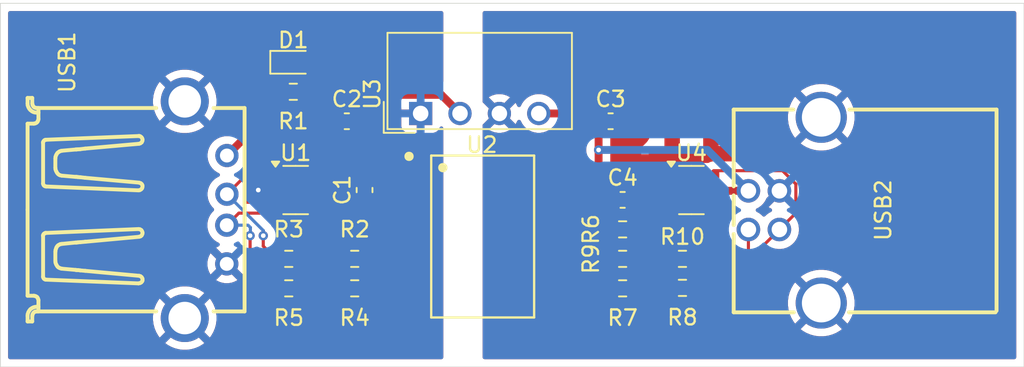
<source format=kicad_pcb>
(kicad_pcb (version 20241229) (generator "pcbnew") (generator_version "9.0")
  (layers (0 "F.Cu" signal) (2 "B.Cu" signal) (13 "F.Paste" user) (15 "B.Paste" user) (5 "F.SilkS" user "F.Silkscreen") (7 "B.SilkS" user "B.Silkscreen") (1 "F.Mask" user) (3 "B.Mask" user) (25 "Edge.Cuts" user))
  (net 0 "")
  (net 1 "Net-(D1-A)")
  (net 2 "GND1")
  (net 3 "/IND+")
  (net 4 "/1IND+")
  (net 5 "/2IND+")
  (net 6 "+5V")
  (net 7 "/2IND-")
  (net 8 "/1IND-")
  (net 9 "/IND-")
  (net 10 "+5VD")
  (net 11 "GND2")
  (net 12 "/1OUTD-")
  (net 13 "/2OUTD-")
  (net 14 "/OUTD-")
  (net 15 "/1OUTD+")
  (net 16 "/2OUTD+")
  (net 17 "/OUTD+")
  (net 22 "Net-(U2-PIN)")
  (footprint "LED_SMD:LED_0603_1608Metric" (layer "F.Cu") (at 131.9275 83.185)
    (property "Reference" "D1" (at 0 -1.43 0) (layer "F.SilkS"))
    (property "Value" "LED")
    (fp_line (start -1.485 -0.735) (end -1.485 0.735) (stroke (width 0.12)) (layer "F.SilkS"))
    (fp_line (start -1.485 0.735) (end 0.8 0.735) (stroke (width 0.12)) (layer "F.SilkS"))
    (fp_line (start 0.8 -0.735) (end -1.485 -0.735) (stroke (width 0.12)) (layer "F.SilkS"))
    (pad "1" smd roundrect (at -0.7875 0) (size 0.875 0.95) (layers "F.Cu" "F.Mask" "F.Paste") (net 2 "GND1"))
    (pad "2" smd roundrect (at 0.7875 0) (size 0.875 0.95) (layers "F.Cu" "F.Mask" "F.Paste") (net 1 "Net-(D1-A)"))
  )
  (footprint "Capacitor_SMD:C_0603_1608Metric" (layer "F.Cu") (at 135.382 86.995)
    (property "Reference" "C2" (at 0 -1.43 0) (layer "F.SilkS"))
    (property "Value" "100nF")
    (fp_line (start -0.14058 -0.51) (end 0.14058 -0.51) (stroke (width 0.12)) (layer "F.SilkS"))
    (fp_line (start -0.14058 0.51) (end 0.14058 0.51) (stroke (width 0.12)) (layer "F.SilkS"))
    (pad "1" smd roundrect (at -0.775 0) (size 0.9 0.95) (layers "F.Cu" "F.Mask" "F.Paste") (net 6 "+5V"))
    (pad "2" smd roundrect (at 0.775 0) (size 0.9 0.95) (layers "F.Cu" "F.Mask" "F.Paste") (net 2 "GND1"))
  )
  (footprint "Resistor_SMD:R_0603_1608Metric" (layer "F.Cu") (at 135.89 95.885 180)
    (property "Reference" "R2" (at 0 1.905 0) (layer "F.SilkS"))
    (property "Value" "24")
    (fp_line (start -0.237258 0.5225) (end 0.237258 0.5225) (stroke (width 0.12)) (layer "F.SilkS"))
    (fp_line (start -0.237258 -0.5225) (end 0.237258 -0.5225) (stroke (width 0.12)) (layer "F.SilkS"))
    (pad "1" smd roundrect (at -0.825 0 180) (size 0.8 0.95) (layers "F.Cu" "F.Mask" "F.Paste") (net 7 "/2IND-"))
    (pad "2" smd roundrect (at 0.825 0 180) (size 0.8 0.95) (layers "F.Cu" "F.Mask" "F.Paste") (net 8 "/1IND-"))
  )
  (footprint "EasyEDA:USB-A-TH__USB-AF-90" (layer "F.Cu") (at 126.285 92.71 -90)
    (property "Reference" "USB1" (at -9.525 8.945 90) (layer "F.SilkS"))
    (property "Value" "JTJ-USB-AF-08")
    (fp_line (start -7.22 11.5) (end -7.22 11.2) (stroke (width 0.25)) (layer "F.SilkS"))
    (fp_line (start -6.87 11.5) (end -7.22 11.5) (stroke (width 0.25)) (layer "F.SilkS"))
    (fp_line (start -5.56 11.5) (end 0 11.5) (stroke (width 0.25)) (layer "F.SilkS"))
    (fp_line (start -5.56 11.5) (end -5.56 11.1) (stroke (width 0.25)) (layer "F.SilkS"))
    (fp_line (start 5.56 11.5) (end 0 11.5) (stroke (width 0.25)) (layer "F.SilkS"))
    (fp_line (start 5.56 11.5) (end 5.56 11.1) (stroke (width 0.25)) (layer "F.SilkS"))
    (fp_line (start 6.86 11.5) (end 7.22 11.5) (stroke (width 0.25)) (layer "F.SilkS"))
    (fp_line (start 7.22 11.5) (end 7.22 11.2) (stroke (width 0.25)) (layer "F.SilkS"))
    (fp_line (start -6.74 11.49) (end -6.86 11.5) (stroke (width 0.25)) (layer "F.SilkS"))
    (fp_line (start 6.74 11.49) (end 6.85 11.5) (stroke (width 0.25)) (layer "F.SilkS"))
    (fp_line (start -6.63 11.45) (end -6.74 11.49) (stroke (width 0.25)) (layer "F.SilkS"))
    (fp_line (start 6.62 11.45) (end 6.74 11.49) (stroke (width 0.25)) (layer "F.SilkS"))
    (fp_line (start -6.52 11.39) (end -6.63 11.45) (stroke (width 0.25)) (layer "F.SilkS"))
    (fp_line (start 6.52 11.39) (end 6.62 11.45) (stroke (width 0.25)) (layer "F.SilkS"))
    (fp_line (start -6.44 11.32) (end -6.52 11.39) (stroke (width 0.25)) (layer "F.SilkS"))
    (fp_line (start 6.43 11.32) (end 6.52 11.39) (stroke (width 0.25)) (layer "F.SilkS"))
    (fp_line (start -6.36 11.22) (end -6.44 11.32) (stroke (width 0.25)) (layer "F.SilkS"))
    (fp_line (start 6.36 11.22) (end 6.43 11.32) (stroke (width 0.25)) (layer "F.SilkS"))
    (fp_line (start -7.22 11.2) (end -6.87 11.2) (stroke (width 0.25)) (layer "F.SilkS"))
    (fp_line (start 7.22 11.2) (end 6.86 11.2) (stroke (width 0.25)) (layer "F.SilkS"))
    (fp_line (start -6.8 11.19) (end -6.86 11.2) (stroke (width 0.25)) (layer "F.SilkS"))
    (fp_line (start 6.8 11.19) (end 6.86 11.2) (stroke (width 0.25)) (layer "F.SilkS"))
    (fp_line (start -6.75 11.17) (end -6.8 11.19) (stroke (width 0.25)) (layer "F.SilkS"))
    (fp_line (start 6.74 11.17) (end 6.8 11.19) (stroke (width 0.25)) (layer "F.SilkS"))
    (fp_line (start -6.69 11.14) (end -6.75 11.17) (stroke (width 0.25)) (layer "F.SilkS"))
    (fp_line (start 6.69 11.14) (end 6.74 11.17) (stroke (width 0.25)) (layer "F.SilkS"))
    (fp_line (start -6.31 11.12) (end -6.36 11.22) (stroke (width 0.25)) (layer "F.SilkS"))
    (fp_line (start 6.31 11.12) (end 6.36 11.22) (stroke (width 0.25)) (layer "F.SilkS"))
    (fp_line (start -6.65 11.11) (end -6.69 11.14) (stroke (width 0.25)) (layer "F.SilkS"))
    (fp_line (start 6.65 11.11) (end 6.69 11.14) (stroke (width 0.25)) (layer "F.SilkS"))
    (fp_line (start -6.61 11.06) (end -6.65 11.11) (stroke (width 0.25)) (layer "F.SilkS"))
    (fp_line (start 6.61 11.06) (end 6.65 11.11) (stroke (width 0.25)) (layer "F.SilkS"))
    (fp_line (start -5.57 11.03) (end -5.56 11.1) (stroke (width 0.25)) (layer "F.SilkS"))
    (fp_line (start 5.57 11.03) (end 5.56 11.1) (stroke (width 0.25)) (layer "F.SilkS"))
    (fp_line (start -6.59 11.01) (end -6.61 11.06) (stroke (width 0.25)) (layer "F.SilkS"))
    (fp_line (start -6.28 11.01) (end -6.31 11.12) (stroke (width 0.25)) (layer "F.SilkS"))
    (fp_line (start 6.28 11.01) (end 6.31 11.12) (stroke (width 0.25)) (layer "F.SilkS"))
    (fp_line (start 6.58 11.01) (end 6.61 11.06) (stroke (width 0.25)) (layer "F.SilkS"))
    (fp_line (start -5.59 10.98) (end -5.57 11.03) (stroke (width 0.25)) (layer "F.SilkS"))
    (fp_line (start 5.59 10.98) (end 5.57 11.03) (stroke (width 0.25)) (layer "F.SilkS"))
    (fp_line (start 6.57 10.96) (end 6.58 11.01) (stroke (width 0.25)) (layer "F.SilkS"))
    (fp_line (start -6.57 10.95) (end -6.59 11.01) (stroke (width 0.25)) (layer "F.SilkS"))
    (fp_line (start -5.62 10.92) (end -5.59 10.98) (stroke (width 0.25)) (layer "F.SilkS"))
    (fp_line (start 5.62 10.92) (end 5.59 10.98) (stroke (width 0.25)) (layer "F.SilkS"))
    (fp_line (start -6.57 10.9) (end -6.57 10.95) (stroke (width 0.25)) (layer "F.SilkS"))
    (fp_line (start -6.57 10.9) (end -6.57 3.2) (stroke (width 0.25)) (layer "F.SilkS"))
    (fp_line (start -6.27 10.9) (end -6.28 11.01) (stroke (width 0.25)) (layer "F.SilkS"))
    (fp_line (start 6.27 10.9) (end 6.28 11.01) (stroke (width 0.25)) (layer "F.SilkS"))
    (fp_line (start 6.57 10.9) (end 6.57 10.96) (stroke (width 0.25)) (layer "F.SilkS"))
    (fp_line (start 6.57 10.9) (end 6.57 3.2) (stroke (width 0.25)) (layer "F.SilkS"))
    (fp_line (start -5.66 10.88) (end -5.62 10.92) (stroke (width 0.25)) (layer "F.SilkS"))
    (fp_line (start 5.65 10.88) (end 5.62 10.92) (stroke (width 0.25)) (layer "F.SilkS"))
    (fp_line (start -5.7 10.85) (end -5.66 10.88) (stroke (width 0.25)) (layer "F.SilkS"))
    (fp_line (start 5.7 10.85) (end 5.65 10.88) (stroke (width 0.25)) (layer "F.SilkS"))
    (fp_line (start -5.75 10.83) (end -5.7 10.85) (stroke (width 0.25)) (layer "F.SilkS"))
    (fp_line (start 5.74 10.83) (end 5.7 10.85) (stroke (width 0.25)) (layer "F.SilkS"))
    (fp_line (start -5.8 10.81) (end -5.75 10.83) (stroke (width 0.25)) (layer "F.SilkS"))
    (fp_line (start 5.8 10.81) (end 5.74 10.83) (stroke (width 0.25)) (layer "F.SilkS"))
    (fp_line (start -6.57 10.8) (end -5.87 10.8) (stroke (width 0.25)) (layer "F.SilkS"))
    (fp_line (start -6.27 10.8) (end -6.27 10.9) (stroke (width 0.25)) (layer "F.SilkS"))
    (fp_line (start -5.87 10.8) (end -5.8 10.81) (stroke (width 0.25)) (layer "F.SilkS"))
    (fp_line (start 5.86 10.8) (end 5.8 10.81) (stroke (width 0.25)) (layer "F.SilkS"))
    (fp_line (start 6.27 10.8) (end 6.27 10.9) (stroke (width 0.25)) (layer "F.SilkS"))
    (fp_line (start 6.57 10.8) (end 5.86 10.8) (stroke (width 0.25)) (layer "F.SilkS"))
    (fp_line (start -4.35 10.5) (end -4.32 10.5) (stroke (width 0.25)) (layer "F.SilkS"))
    (fp_line (start -4.31 10.5) (end -1.7 10.5) (stroke (width 0.25)) (layer "F.SilkS"))
    (fp_line (start -1.7 10.5) (end -1.64 10.49) (stroke (width 0.25)) (layer "F.SilkS"))
    (fp_line (start 1.66 10.5) (end 1.7 10.5) (stroke (width 0.25)) (layer "F.SilkS"))
    (fp_line (start 4.32 10.5) (end 1.7 10.5) (stroke (width 0.25)) (layer "F.SilkS"))
    (fp_line (start 4.32 10.5) (end 4.38 10.49) (stroke (width 0.25)) (layer "F.SilkS"))
    (fp_line (start -4.39 10.49) (end -4.35 10.5) (stroke (width 0.25)) (layer "F.SilkS"))
    (fp_line (start -1.64 10.49) (end -1.58 10.46) (stroke (width 0.25)) (layer "F.SilkS"))
    (fp_line (start 1.62 10.49) (end 1.66 10.5) (stroke (width 0.25)) (layer "F.SilkS"))
    (fp_line (start 4.38 10.49) (end 4.44 10.46) (stroke (width 0.25)) (layer "F.SilkS"))
    (fp_line (start -4.42 10.47) (end -4.39 10.49) (stroke (width 0.25)) (layer "F.SilkS"))
    (fp_line (start 1.59 10.47) (end 1.62 10.49) (stroke (width 0.25)) (layer "F.SilkS"))
    (fp_line (start -1.58 10.46) (end -1.54 10.42) (stroke (width 0.25)) (layer "F.SilkS"))
    (fp_line (start 4.44 10.46) (end 4.48 10.42) (stroke (width 0.25)) (layer "F.SilkS"))
    (fp_line (start -4.45 10.45) (end -4.42 10.47) (stroke (width 0.25)) (layer "F.SilkS"))
    (fp_line (start 1.56 10.45) (end 1.59 10.47) (stroke (width 0.25)) (layer "F.SilkS"))
    (fp_line (start -4.48 10.42) (end -4.45 10.45) (stroke (width 0.25)) (layer "F.SilkS"))
    (fp_line (start -1.54 10.42) (end -1.51 10.36) (stroke (width 0.25)) (layer "F.SilkS"))
    (fp_line (start 1.54 10.42) (end 1.56 10.45) (stroke (width 0.25)) (layer "F.SilkS"))
    (fp_line (start 4.48 10.42) (end 4.51 10.36) (stroke (width 0.25)) (layer "F.SilkS"))
    (fp_line (start -4.5 10.39) (end -4.48 10.42) (stroke (width 0.25)) (layer "F.SilkS"))
    (fp_line (start 1.52 10.39) (end 1.54 10.42) (stroke (width 0.25)) (layer "F.SilkS"))
    (fp_line (start -1.51 10.36) (end -1.5 10.31) (stroke (width 0.25)) (layer "F.SilkS"))
    (fp_line (start 4.51 10.36) (end 4.52 10.31) (stroke (width 0.25)) (layer "F.SilkS"))
    (fp_line (start -4.51 10.35) (end -4.5 10.39) (stroke (width 0.25)) (layer "F.SilkS"))
    (fp_line (start 1.5 10.35) (end 1.52 10.39) (stroke (width 0.25)) (layer "F.SilkS"))
    (fp_line (start -4.52 10.31) (end -4.51 10.35) (stroke (width 0.25)) (layer "F.SilkS"))
    (fp_line (start -1.5 10.31) (end -1.25 4.34) (stroke (width 0.25)) (layer "F.SilkS"))
    (fp_line (start 1.5 10.31) (end 1.5 10.35) (stroke (width 0.25)) (layer "F.SilkS"))
    (fp_line (start 1.5 10.31) (end 1.25 4.34) (stroke (width 0.25)) (layer "F.SilkS"))
    (fp_line (start -2.7 9.71) (end -3.31 9.71) (stroke (width 0.25)) (layer "F.SilkS"))
    (fp_line (start -2.7 9.71) (end -2.61 9.7) (stroke (width 0.25)) (layer "F.SilkS"))
    (fp_line (start 2.71 9.71) (end 3.31 9.71) (stroke (width 0.25)) (layer "F.SilkS"))
    (fp_line (start 2.71 9.71) (end 2.62 9.7) (stroke (width 0.25)) (layer "F.SilkS"))
    (fp_line (start -3.41 9.7) (end -3.32 9.71) (stroke (width 0.25)) (layer "F.SilkS"))
    (fp_line (start -2.61 9.7) (end -2.52 9.67) (stroke (width 0.25)) (layer "F.SilkS"))
    (fp_line (start 2.62 9.7) (end 2.52 9.67) (stroke (width 0.25)) (layer "F.SilkS"))
    (fp_line (start 3.41 9.7) (end 3.32 9.71) (stroke (width 0.25)) (layer "F.SilkS"))
    (fp_line (start -3.5 9.67) (end -3.41 9.7) (stroke (width 0.25)) (layer "F.SilkS"))
    (fp_line (start -2.52 9.67) (end -2.44 9.63) (stroke (width 0.25)) (layer "F.SilkS"))
    (fp_line (start 2.52 9.67) (end 2.44 9.64) (stroke (width 0.25)) (layer "F.SilkS"))
    (fp_line (start 3.5 9.67) (end 3.41 9.7) (stroke (width 0.25)) (layer "F.SilkS"))
    (fp_line (start 2.44 9.64) (end 2.36 9.59) (stroke (width 0.25)) (layer "F.SilkS"))
    (fp_line (start -3.58 9.63) (end -3.5 9.67) (stroke (width 0.25)) (layer "F.SilkS"))
    (fp_line (start -2.44 9.63) (end -2.37 9.59) (stroke (width 0.25)) (layer "F.SilkS"))
    (fp_line (start 3.58 9.63) (end 3.5 9.67) (stroke (width 0.25)) (layer "F.SilkS"))
    (fp_line (start -2.37 9.59) (end -2.3 9.53) (stroke (width 0.25)) (layer "F.SilkS"))
    (fp_line (start 2.36 9.59) (end 2.3 9.53) (stroke (width 0.25)) (layer "F.SilkS"))
    (fp_line (start -3.66 9.58) (end -3.58 9.63) (stroke (width 0.25)) (layer "F.SilkS"))
    (fp_line (start 3.66 9.58) (end 3.58 9.63) (stroke (width 0.25)) (layer "F.SilkS"))
    (fp_line (start -2.3 9.53) (end -2.25 9.46) (stroke (width 0.25)) (layer "F.SilkS"))
    (fp_line (start 2.3 9.53) (end 2.26 9.46) (stroke (width 0.25)) (layer "F.SilkS"))
    (fp_line (start -3.71 9.52) (end -3.66 9.58) (stroke (width 0.25)) (layer "F.SilkS"))
    (fp_line (start 3.72 9.52) (end 3.66 9.58) (stroke (width 0.25)) (layer "F.SilkS"))
    (fp_line (start -2.25 9.46) (end -2.22 9.39) (stroke (width 0.25)) (layer "F.SilkS"))
    (fp_line (start 2.26 9.46) (end 2.22 9.38) (stroke (width 0.25)) (layer "F.SilkS"))
    (fp_line (start -3.76 9.45) (end -3.71 9.52) (stroke (width 0.25)) (layer "F.SilkS"))
    (fp_line (start 3.76 9.45) (end 3.72 9.52) (stroke (width 0.25)) (layer "F.SilkS"))
    (fp_line (start -2.22 9.39) (end -2.2 9.3) (stroke (width 0.25)) (layer "F.SilkS"))
    (fp_line (start 2.22 9.38) (end 2.21 9.3) (stroke (width 0.25)) (layer "F.SilkS"))
    (fp_line (start -3.79 9.37) (end -3.76 9.45) (stroke (width 0.25)) (layer "F.SilkS"))
    (fp_line (start 3.79 9.37) (end 3.76 9.45) (stroke (width 0.25)) (layer "F.SilkS"))
    (fp_line (start -3.81 9.29) (end -3.79 9.37) (stroke (width 0.25)) (layer "F.SilkS"))
    (fp_line (start -3.81 9.29) (end -3.89 8.39) (stroke (width 0.25)) (layer "F.SilkS"))
    (fp_line (start 3.81 9.29) (end 3.79 9.37) (stroke (width 0.25)) (layer "F.SilkS"))
    (fp_line (start -3.89 8.39) (end -3.89 8.34) (stroke (width 0.25)) (layer "F.SilkS"))
    (fp_line (start -2.12 8.39) (end -2.2 9.29) (stroke (width 0.25)) (layer "F.SilkS"))
    (fp_line (start -2.12 8.39) (end -2.12 8.34) (stroke (width 0.25)) (layer "F.SilkS"))
    (fp_line (start 2.12 8.39) (end 2.21 9.29) (stroke (width 0.25)) (layer "F.SilkS"))
    (fp_line (start 2.12 8.39) (end 2.12 8.34) (stroke (width 0.25)) (layer "F.SilkS"))
    (fp_line (start 3.89 8.39) (end 3.81 9.29) (stroke (width 0.25)) (layer "F.SilkS"))
    (fp_line (start 3.89 8.39) (end 3.9 8.34) (stroke (width 0.25)) (layer "F.SilkS"))
    (fp_line (start -3.89 8.34) (end -3.9 8.25) (stroke (width 0.25)) (layer "F.SilkS"))
    (fp_line (start -2.12 8.34) (end -2.11 8.25) (stroke (width 0.25)) (layer "F.SilkS"))
    (fp_line (start 2.12 8.34) (end 2.11 8.25) (stroke (width 0.25)) (layer "F.SilkS"))
    (fp_line (start 3.9 8.34) (end 3.9 8.25) (stroke (width 0.25)) (layer "F.SilkS"))
    (fp_line (start -3.91 8.11) (end -3.9 8.25) (stroke (width 0.25)) (layer "F.SilkS"))
    (fp_line (start -2.1 8.11) (end -2.11 8.25) (stroke (width 0.25)) (layer "F.SilkS"))
    (fp_line (start 2.1 8.11) (end 2.11 8.25) (stroke (width 0.25)) (layer "F.SilkS"))
    (fp_line (start 3.92 8.11) (end 3.9 8.25) (stroke (width 0.25)) (layer "F.SilkS"))
    (fp_line (start -3.95 7.78) (end -3.91 8.11) (stroke (width 0.25)) (layer "F.SilkS"))
    (fp_line (start -3.95 7.78) (end -4.26 4.31) (stroke (width 0.25)) (layer "F.SilkS"))
    (fp_line (start -2.06 7.78) (end -2.1 8.11) (stroke (width 0.25)) (layer "F.SilkS"))
    (fp_line (start -2.06 7.78) (end -1.75 4.31) (stroke (width 0.25)) (layer "F.SilkS"))
    (fp_line (start 2.07 7.78) (end 2.1 8.11) (stroke (width 0.25)) (layer "F.SilkS"))
    (fp_line (start 2.07 7.78) (end 1.75 4.31) (stroke (width 0.25)) (layer "F.SilkS"))
    (fp_line (start 3.95 7.78) (end 3.92 8.11) (stroke (width 0.25)) (layer "F.SilkS"))
    (fp_line (start 3.95 7.78) (end 4.27 4.31) (stroke (width 0.25)) (layer "F.SilkS"))
    (fp_line (start -4.76 4.34) (end -4.52 10.31) (stroke (width 0.25)) (layer "F.SilkS"))
    (fp_line (start -1.25 4.34) (end -1.27 4.25) (stroke (width 0.25)) (layer "F.SilkS"))
    (fp_line (start 4.76 4.34) (end 4.52 10.31) (stroke (width 0.25)) (layer "F.SilkS"))
    (fp_line (start 4.76 4.34) (end 4.74 4.25) (stroke (width 0.25)) (layer "F.SilkS"))
    (fp_line (start -4.26 4.31) (end -4.29 4.22) (stroke (width 0.25)) (layer "F.SilkS"))
    (fp_line (start 1.75 4.31) (end 1.72 4.21) (stroke (width 0.25)) (layer "F.SilkS"))
    (fp_line (start -4.76 4.28) (end -4.76 4.34) (stroke (width 0.25)) (layer "F.SilkS"))
    (fp_line (start -1.27 4.25) (end -1.32 4.17) (stroke (width 0.25)) (layer "F.SilkS"))
    (fp_line (start 4.74 4.25) (end 4.7 4.17) (stroke (width 0.25)) (layer "F.SilkS"))
    (fp_line (start 1.27 4.24) (end 1.25 4.33) (stroke (width 0.25)) (layer "F.SilkS"))
    (fp_line (start -4.74 4.23) (end -4.76 4.28) (stroke (width 0.25)) (layer "F.SilkS"))
    (fp_line (start -4.29 4.22) (end -4.35 4.14) (stroke (width 0.25)) (layer "F.SilkS"))
    (fp_line (start 1.72 4.21) (end 1.66 4.14) (stroke (width 0.25)) (layer "F.SilkS"))
    (fp_line (start 4.3 4.21) (end 4.27 4.3) (stroke (width 0.25)) (layer "F.SilkS"))
    (fp_line (start -1.71 4.2) (end -1.75 4.3) (stroke (width 0.25)) (layer "F.SilkS"))
    (fp_line (start -1.32 4.17) (end -1.39 4.11) (stroke (width 0.25)) (layer "F.SilkS"))
    (fp_line (start 4.7 4.17) (end 4.63 4.11) (stroke (width 0.25)) (layer "F.SilkS"))
    (fp_line (start -4.69 4.16) (end -4.74 4.23) (stroke (width 0.25)) (layer "F.SilkS"))
    (fp_line (start 1.32 4.16) (end 1.27 4.24) (stroke (width 0.25)) (layer "F.SilkS"))
    (fp_line (start -4.35 4.14) (end -4.43 4.1) (stroke (width 0.25)) (layer "F.SilkS"))
    (fp_line (start 1.66 4.14) (end 1.58 4.1) (stroke (width 0.25)) (layer "F.SilkS"))
    (fp_line (start 4.36 4.14) (end 4.3 4.21) (stroke (width 0.25)) (layer "F.SilkS"))
    (fp_line (start -1.65 4.13) (end -1.71 4.2) (stroke (width 0.25)) (layer "F.SilkS"))
    (fp_line (start -4.62 4.11) (end -4.69 4.16) (stroke (width 0.25)) (layer "F.SilkS"))
    (fp_line (start -1.39 4.11) (end -1.48 4.09) (stroke (width 0.25)) (layer "F.SilkS"))
    (fp_line (start 1.4 4.11) (end 1.32 4.16) (stroke (width 0.25)) (layer "F.SilkS"))
    (fp_line (start 4.63 4.11) (end 4.58 4.09) (stroke (width 0.25)) (layer "F.SilkS"))
    (fp_line (start -4.43 4.1) (end -4.53 4.08) (stroke (width 0.25)) (layer "F.SilkS"))
    (fp_line (start 1.58 4.1) (end 1.49 4.08) (stroke (width 0.25)) (layer "F.SilkS"))
    (fp_line (start 4.43 4.1) (end 4.36 4.14) (stroke (width 0.25)) (layer "F.SilkS"))
    (fp_line (start -1.57 4.09) (end -1.65 4.13) (stroke (width 0.25)) (layer "F.SilkS"))
    (fp_line (start -1.48 4.09) (end -1.57 4.09) (stroke (width 0.25)) (layer "F.SilkS"))
    (fp_line (start 4.48 4.09) (end 4.43 4.1) (stroke (width 0.25)) (layer "F.SilkS"))
    (fp_line (start 4.58 4.09) (end 4.53 4.08) (stroke (width 0.25)) (layer "F.SilkS"))
    (fp_line (start -4.53 4.08) (end -4.62 4.11) (stroke (width 0.25)) (layer "F.SilkS"))
    (fp_line (start 1.49 4.08) (end 1.4 4.11) (stroke (width 0.25)) (layer "F.SilkS"))
    (fp_line (start 4.53 4.08) (end 4.48 4.09) (stroke (width 0.25)) (layer "F.SilkS"))
    (fp_line (start -6.57 -0.5) (end -6.57 -2.5) (stroke (width 0.25)) (layer "F.SilkS"))
    (fp_line (start 6.57 -0.5) (end 6.57 -2.5) (stroke (width 0.25)) (layer "F.SilkS"))
    (fp_line (start -6.57 -2.5) (end 6.57 -2.5) (stroke (width 0.25)) (layer "F.SilkS"))
    (pad "1" thru_hole circle (at -3.5 -1.36 270) (size 1.5 1.5) (drill 0.900024) (layers "*.Cu" "*.Mask") (net 6 "+5V"))
    (pad "2" thru_hole circle (at -1 -1.36 90) (size 1.5 1.5) (drill 0.900024) (layers "*.Cu" "*.Mask") (net 9 "/IND-"))
    (pad "3" thru_hole circle (at 1 -1.35 270) (size 1.5 1.5) (drill 0.900024) (layers "*.Cu" "*.Mask") (net 3 "/IND+"))
    (pad "4" thru_hole circle (at 3.5 -1.35 270) (size 1.5 1.5) (drill 0.900024) (layers "*.Cu" "*.Mask") (net 2 "GND1"))
    (pad "SH1" thru_hole circle (at 7 1.36 270) (size 3.1 3.1) (drill 2.100021) (layers "*.Cu" "*.Mask") (net 2 "GND1"))
    (pad "SH2" thru_hole circle (at -7 1.36 270) (size 3.1 3.1) (drill 2.100021) (layers "*.Cu" "*.Mask") (net 2 "GND1"))
  )
  (footprint "Resistor_SMD:R_0603_1608Metric" (layer "F.Cu") (at 153.175 93.98)
    (property "Reference" "R6" (at -2.045 0 90) (layer "F.SilkS"))
    (property "Value" "10K")
    (fp_line (start -0.237258 -0.5225) (end 0.237258 -0.5225) (stroke (width 0.12)) (layer "F.SilkS"))
    (fp_line (start -0.237258 0.5225) (end 0.237258 0.5225) (stroke (width 0.12)) (layer "F.SilkS"))
    (pad "1" smd roundrect (at -0.825 0) (size 0.8 0.95) (layers "F.Cu" "F.Mask" "F.Paste") (net 10 "+5VD"))
    (pad "2" smd roundrect (at 0.825 0) (size 0.8 0.95) (layers "F.Cu" "F.Mask" "F.Paste") (net 22 "Net-(U2-PIN)"))
  )
  (footprint "Resistor_SMD:R_0603_1608Metric" (layer "F.Cu") (at 153.175 95.885)
    (property "Reference" "R9" (at -2.045 0 90) (layer "F.SilkS"))
    (property "Value" "24")
    (fp_line (start -0.237258 -0.5225) (end 0.237258 -0.5225) (stroke (width 0.12)) (layer "F.SilkS"))
    (fp_line (start -0.237258 0.5225) (end 0.237258 0.5225) (stroke (width 0.12)) (layer "F.SilkS"))
    (pad "1" smd roundrect (at -0.825 0) (size 0.8 0.95) (layers "F.Cu" "F.Mask" "F.Paste") (net 13 "/2OUTD-"))
    (pad "2" smd roundrect (at 0.825 0) (size 0.8 0.95) (layers "F.Cu" "F.Mask" "F.Paste") (net 12 "/1OUTD-"))
  )
  (footprint "Resistor_SMD:R_0603_1608Metric" (layer "F.Cu") (at 153.175 97.79)
    (property "Reference" "R7" (at 0 1.905 0) (layer "F.SilkS"))
    (property "Value" "24")
    (fp_line (start -0.237258 -0.5225) (end 0.237258 -0.5225) (stroke (width 0.12)) (layer "F.SilkS"))
    (fp_line (start -0.237258 0.5225) (end 0.237258 0.5225) (stroke (width 0.12)) (layer "F.SilkS"))
    (pad "1" smd roundrect (at -0.825 0) (size 0.8 0.95) (layers "F.Cu" "F.Mask" "F.Paste") (net 16 "/2OUTD+"))
    (pad "2" smd roundrect (at 0.825 0) (size 0.8 0.95) (layers "F.Cu" "F.Mask" "F.Paste") (net 15 "/1OUTD+"))
  )
  (footprint "EasyEDA:USB-B-TH_USB-B01" (layer "F.Cu") (at 163.64 92.74 -90)
    (property "Reference" "USB2" (at 0 -6.35 90) (layer "F.SilkS"))
    (property "Value" "USB-B01")
    (fp_line (start -6.5 3.3) (end -1.54 3.3) (stroke (width 0.25)) (layer "F.SilkS"))
    (fp_line (start -0.96 3.3) (end 0.96 3.3) (stroke (width 0.25)) (layer "F.SilkS"))
    (fp_line (start 1.54 3.3) (end 6.6 3.3) (stroke (width 0.25)) (layer "F.SilkS"))
    (fp_line (start 6.6 3.3) (end 6.6 -0.58) (stroke (width 0.25)) (layer "F.SilkS"))
    (fp_line (start -6.5 -0.55) (end -6.5 3.3) (stroke (width 0.25)) (layer "F.SilkS"))
    (fp_line (start 6.6 -4.14) (end 6.6 -13.59) (stroke (width 0.25)) (layer "F.SilkS"))
    (fp_line (start -6.5 -13.66) (end -6.5 -4.17) (stroke (width 0.25)) (layer "F.SilkS"))
    (fp_line (start -6.5 -13.66) (end 6.5 -13.66) (stroke (width 0.25)) (layer "F.SilkS"))
    (pad "1" thru_hole circle (at -1.25 2.35 270) (size 1.52 1.52) (drill 0.999998) (layers "*.Cu" "*.Mask") (net 10 "+5VD"))
    (pad "2" thru_hole circle (at 1.25 2.35 270) (size 1.52 1.52) (drill 0.999998) (layers "*.Cu" "*.Mask") (net 14 "/OUTD-"))
    (pad "3" thru_hole circle (at 1.25 0.35 270) (size 1.52 1.52) (drill 0.999998) (layers "*.Cu" "*.Mask") (net 17 "/OUTD+"))
    (pad "4" thru_hole circle (at -1.25 0.35 270) (size 1.52 1.52) (drill 0.999998) (layers "*.Cu" "*.Mask") (net 11 "GND2"))
    (pad "5" thru_hole circle (at -6 -2.35 270) (size 3.3 3.3) (drill 2.50002) (layers "*.Cu" "*.Mask") (net 11 "GND2"))
    (pad "6" thru_hole circle (at 6 -2.35 270) (size 3.3 3.3) (drill 2.50002) (layers "*.Cu" "*.Mask") (net 11 "GND2"))
  )
  (footprint "EasyEDA:SOIC-16_L10.3-W7.5-P1.27-LS10.3-BL" (layer "F.Cu") (at 144.1452 94.4422 -90)
    (property "Reference" "U2" (at -5.9232 0.051 180) (layer "F.SilkS"))
    (property "Value" "ADUM3160BRWZ-RL")
    (fp_line (start -5.23 3.32) (end -5.23 -3.32) (stroke (width 0.15)) (layer "F.SilkS"))
    (fp_line (start 5.23 3.32) (end -5.23 3.32) (stroke (width 0.15)) (layer "F.SilkS"))
    (fp_line (start -5.23 -3.32) (end 5.23 -3.32) (stroke (width 0.15)) (layer "F.SilkS"))
    (fp_line (start 5.23 -3.32) (end 5.23 3.32) (stroke (width 0.15)) (layer "F.SilkS"))
    (fp_circle (center -5.18 4.75) (end -5.03 4.75) (stroke (width 0.3)) (fill no) (layer "F.SilkS"))
    (fp_circle (center -4.45 2.57) (end -4.3 2.57) (stroke (width 0.3)) (fill no) (layer "F.SilkS"))
    (pad "1" smd oval (at -4.45 4.75 270) (size 0.57 2.4) (layers "F.Cu" "F.Mask" "F.Paste") (net 6 "+5V"))
    (pad "2" smd oval (at -3.18 4.75 270) (size 0.57 2.4) (layers "F.Cu" "F.Mask" "F.Paste") (net 2 "GND1"))
    (pad "3" smd oval (at -1.91 4.75 270) (size 0.57 2.4) (layers "F.Cu" "F.Mask" "F.Paste") (net 6 "+5V"))
    (pad "4" smd oval (at -0.63 4.75 270) (size 0.57 2.4) (layers "F.Cu" "F.Mask" "F.Paste") (net 6 "+5V"))
    (pad "5" smd oval (at 0.63 4.75 270) (size 0.57 2.4) (layers "F.Cu" "F.Mask" "F.Paste") (net 6 "+5V"))
    (pad "6" smd oval (at 1.9 4.75 270) (size 0.57 2.4) (layers "F.Cu" "F.Mask" "F.Paste") (net 7 "/2IND-"))
    (pad "7" smd oval (at 3.17 4.75 270) (size 0.57 2.4) (layers "F.Cu" "F.Mask" "F.Paste") (net 5 "/2IND+"))
    (pad "8" smd oval (at 4.44 4.75 270) (size 0.57 2.4) (layers "F.Cu" "F.Mask" "F.Paste") (net 2 "GND1"))
    (pad "9" smd oval (at 4.44 -4.75 270) (size 0.57 2.4) (layers "F.Cu" "F.Mask" "F.Paste") (net 11 "GND2"))
    (pad "10" smd oval (at 3.17 -4.75 270) (size 0.57 2.4) (layers "F.Cu" "F.Mask" "F.Paste") (net 16 "/2OUTD+"))
    (pad "11" smd oval (at 1.9 -4.75 270) (size 0.57 2.4) (layers "F.Cu" "F.Mask" "F.Paste") (net 13 "/2OUTD-"))
    (pad "12" smd oval (at 0.63 -4.75 270) (size 0.57 2.4) (layers "F.Cu" "F.Mask" "F.Paste") (net 22 "Net-(U2-PIN)"))
    (pad "13" smd oval (at -0.63 -4.75 270) (size 0.57 2.4) (layers "F.Cu" "F.Mask" "F.Paste") (net 10 "+5VD"))
    (pad "14" smd oval (at -1.91 -4.75 270) (size 0.57 2.4) (layers "F.Cu" "F.Mask" "F.Paste") (net 10 "+5VD"))
    (pad "15" smd oval (at -3.18 -4.75 270) (size 0.57 2.4) (layers "F.Cu" "F.Mask" "F.Paste") (net 11 "GND2"))
    (pad "16" smd oval (at -4.45 -4.75 270) (size 0.57 2.4) (layers "F.Cu" "F.Mask" "F.Paste") (net 10 "+5VD"))
  )
  (footprint "Package_TO_SOT_SMD:SOT-23-6" (layer "F.Cu") (at 157.6125 91.44)
    (property "Reference" "U4" (at 0 -2.4 0) (layer "F.SilkS"))
    (property "Value" "USBLC6-2SC6")
    (fp_line (start 0 -1.56) (end -0.8 -1.56) (stroke (width 0.12)) (layer "F.SilkS"))
    (fp_line (start 0 -1.56) (end 0.8 -1.56) (stroke (width 0.12)) (layer "F.SilkS"))
    (fp_line (start 0 1.56) (end -0.8 1.56) (stroke (width 0.12)) (layer "F.SilkS"))
    (fp_line (start 0 1.56) (end 0.8 1.56) (stroke (width 0.12)) (layer "F.SilkS"))
    (fp_poly (pts (xy -1.3 -1.51) (xy -1.54 -1.84) (xy -1.06 -1.84) (xy -1.3 -1.51)) (stroke (width 0.12)) (fill yes) (layer "F.SilkS"))
    (pad "1" smd roundrect (at -1.1375 -0.95) (size 1.325 0.6) (layers "F.Cu" "F.Mask" "F.Paste") (net 14 "/OUTD-"))
    (pad "2" smd roundrect (at -1.1375 0) (size 1.325 0.6) (layers "F.Cu" "F.Mask" "F.Paste") (net 11 "GND2"))
    (pad "3" smd roundrect (at -1.1375 0.95) (size 1.325 0.6) (layers "F.Cu" "F.Mask" "F.Paste"))
    (pad "4" smd roundrect (at 1.1375 0.95) (size 1.325 0.6) (layers "F.Cu" "F.Mask" "F.Paste"))
    (pad "5" smd roundrect (at 1.1375 0) (size 1.325 0.6) (layers "F.Cu" "F.Mask" "F.Paste") (net 10 "+5VD"))
    (pad "6" smd roundrect (at 1.1375 -0.95) (size 1.325 0.6) (layers "F.Cu" "F.Mask" "F.Paste") (net 17 "/OUTD+"))
  )
  (footprint "Resistor_SMD:R_0603_1608Metric" (layer "F.Cu") (at 157.035 97.76)
    (property "Reference" "R8" (at 0 1.905 0) (layer "F.SilkS"))
    (property "Value" "0")
    (fp_line (start -0.237258 -0.5225) (end 0.237258 -0.5225) (stroke (width 0.12)) (layer "F.SilkS"))
    (fp_line (start -0.237258 0.5225) (end 0.237258 0.5225) (stroke (width 0.12)) (layer "F.SilkS"))
    (pad "1" smd roundrect (at -0.825 0) (size 0.8 0.95) (layers "F.Cu" "F.Mask" "F.Paste") (net 15 "/1OUTD+"))
    (pad "2" smd roundrect (at 0.825 0) (size 0.8 0.95) (layers "F.Cu" "F.Mask" "F.Paste") (net 17 "/OUTD+"))
  )
  (footprint "Package_TO_SOT_SMD:SOT-23-6" (layer "F.Cu") (at 132.08 91.44)
    (property "Reference" "U1" (at 0 -2.4 0) (layer "F.SilkS"))
    (property "Value" "USBLC6-2SC6")
    (fp_line (start 0 -1.56) (end -0.8 -1.56) (stroke (width 0.12)) (layer "F.SilkS"))
    (fp_line (start 0 -1.56) (end 0.8 -1.56) (stroke (width 0.12)) (layer "F.SilkS"))
    (fp_line (start 0 1.56) (end -0.8 1.56) (stroke (width 0.12)) (layer "F.SilkS"))
    (fp_line (start 0 1.56) (end 0.8 1.56) (stroke (width 0.12)) (layer "F.SilkS"))
    (fp_poly (pts (xy -1.3 -1.51) (xy -1.54 -1.84) (xy -1.06 -1.84) (xy -1.3 -1.51)) (stroke (width 0.12)) (fill yes) (layer "F.SilkS"))
    (pad "1" smd roundrect (at -1.1375 -0.95) (size 1.325 0.6) (layers "F.Cu" "F.Mask" "F.Paste") (net 9 "/IND-"))
    (pad "2" smd roundrect (at -1.1375 0) (size 1.325 0.6) (layers "F.Cu" "F.Mask" "F.Paste") (net 2 "GND1"))
    (pad "3" smd roundrect (at -1.1375 0.95) (size 1.325 0.6) (layers "F.Cu" "F.Mask" "F.Paste"))
    (pad "4" smd roundrect (at 1.1375 0.95) (size 1.325 0.6) (layers "F.Cu" "F.Mask" "F.Paste"))
    (pad "5" smd roundrect (at 1.1375 0) (size 1.325 0.6) (layers "F.Cu" "F.Mask" "F.Paste") (net 6 "+5V"))
    (pad "6" smd roundrect (at 1.1375 -0.95) (size 1.325 0.6) (layers "F.Cu" "F.Mask" "F.Paste") (net 3 "/IND+"))
  )
  (footprint "Resistor_SMD:R_0603_1608Metric" (layer "F.Cu") (at 131.9275 85.09)
    (property "Reference" "R1" (at 0 1.905 0) (layer "F.SilkS"))
    (property "Value" "220")
    (fp_line (start -0.237258 -0.5225) (end 0.237258 -0.5225) (stroke (width 0.12)) (layer "F.SilkS"))
    (fp_line (start -0.237258 0.5225) (end 0.237258 0.5225) (stroke (width 0.12)) (layer "F.SilkS"))
    (pad "1" smd roundrect (at -0.825 0) (size 0.8 0.95) (layers "F.Cu" "F.Mask" "F.Paste") (net 6 "+5V"))
    (pad "2" smd roundrect (at 0.825 0) (size 0.8 0.95) (layers "F.Cu" "F.Mask" "F.Paste") (net 1 "Net-(D1-A)"))
  )
  (footprint "Capacitor_SMD:C_0603_1608Metric" (layer "F.Cu") (at 136.525 91.44 90)
    (property "Reference" "C1" (at 0 -1.43 90) (layer "F.SilkS"))
    (property "Value" "100nF")
    (fp_line (start -0.14058 -0.51) (end 0.14058 -0.51) (stroke (width 0.12)) (layer "F.SilkS"))
    (fp_line (start -0.14058 0.51) (end 0.14058 0.51) (stroke (width 0.12)) (layer "F.SilkS"))
    (pad "1" smd roundrect (at -0.775 0 90) (size 0.9 0.95) (layers "F.Cu" "F.Mask" "F.Paste") (net 6 "+5V"))
    (pad "2" smd roundrect (at 0.775 0 90) (size 0.9 0.95) (layers "F.Cu" "F.Mask" "F.Paste") (net 2 "GND1"))
  )
  (footprint "Resistor_SMD:R_0603_1608Metric" (layer "F.Cu") (at 135.89 97.79 180)
    (property "Reference" "R4" (at 0 -1.905 0) (layer "F.SilkS"))
    (property "Value" "24")
    (fp_line (start -0.237258 0.5225) (end 0.237258 0.5225) (stroke (width 0.12)) (layer "F.SilkS"))
    (fp_line (start -0.237258 -0.5225) (end 0.237258 -0.5225) (stroke (width 0.12)) (layer "F.SilkS"))
    (pad "1" smd roundrect (at -0.825 0 180) (size 0.8 0.95) (layers "F.Cu" "F.Mask" "F.Paste") (net 5 "/2IND+"))
    (pad "2" smd roundrect (at 0.825 0 180) (size 0.8 0.95) (layers "F.Cu" "F.Mask" "F.Paste") (net 4 "/1IND+"))
  )
  (footprint "Resistor_SMD:R_0603_1608Metric" (layer "F.Cu") (at 131.635 97.79 180)
    (property "Reference" "R5" (at 0 -1.905 0) (layer "F.SilkS"))
    (property "Value" "0")
    (fp_line (start -0.237258 0.5225) (end 0.237258 0.5225) (stroke (width 0.12)) (layer "F.SilkS"))
    (fp_line (start -0.237258 -0.5225) (end 0.237258 -0.5225) (stroke (width 0.12)) (layer "F.SilkS"))
    (pad "1" smd roundrect (at -0.825 0 180) (size 0.8 0.95) (layers "F.Cu" "F.Mask" "F.Paste") (net 4 "/1IND+"))
    (pad "2" smd roundrect (at 0.825 0 180) (size 0.8 0.95) (layers "F.Cu" "F.Mask" "F.Paste") (net 3 "/IND+"))
  )
  (footprint "Capacitor_SMD:C_0603_1608Metric" (layer "F.Cu") (at 152.4 86.995)
    (property "Reference" "C3" (at 0 -1.43 0) (layer "F.SilkS"))
    (property "Value" "100nF")
    (fp_line (start -0.14058 -0.51) (end 0.14058 -0.51) (stroke (width 0.12)) (layer "F.SilkS"))
    (fp_line (start -0.14058 0.51) (end 0.14058 0.51) (stroke (width 0.12)) (layer "F.SilkS"))
    (pad "1" smd roundrect (at -0.775 0) (size 0.9 0.95) (layers "F.Cu" "F.Mask" "F.Paste") (net 10 "+5VD"))
    (pad "2" smd roundrect (at 0.775 0) (size 0.9 0.95) (layers "F.Cu" "F.Mask" "F.Paste") (net 11 "GND2"))
  )
  (footprint "Converter_DCDC:Converter_DCDC_TRACO_TEA1-xxxx_THT" (layer "F.Cu") (at 140.1435 86.4925 90)
    (property "Reference" "U3" (at 1.25 -3.12 90) (layer "F.SilkS"))
    (property "Value" "TEA1-0505")
    (fp_line (start -1.25 -2.38) (end 0.75 -2.38) (stroke (width 0.12)) (layer "F.SilkS"))
    (fp_line (start 5.21 -2.14) (end 5.21 9.76) (stroke (width 0.12)) (layer "F.SilkS"))
    (fp_line (start -1.01 -2.14) (end 5.21 -2.14) (stroke (width 0.12)) (layer "F.SilkS"))
    (fp_line (start -1.01 -2.14) (end -1.01 9.76) (stroke (width 0.12)) (layer "F.SilkS"))
    (fp_line (start -1.25 -0.38) (end -1.25 -2.38) (stroke (width 0.12)) (layer "F.SilkS"))
    (fp_line (start -1.01 9.76) (end 5.21 9.76) (stroke (width 0.12)) (layer "F.SilkS"))
    (pad "1" thru_hole rect (at 0 0 90) (size 1.5 1.5) (drill 1) (layers "*.Cu" "*.Mask") (net 2 "GND1"))
    (pad "2" thru_hole circle (at 0 2.54 90) (size 1.5 1.5) (drill 1) (layers "*.Cu" "*.Mask") (net 6 "+5V"))
    (pad "3" thru_hole circle (at 0 5.08 90) (size 1.5 1.5) (drill 1) (layers "*.Cu" "*.Mask") (net 11 "GND2"))
    (pad "4" thru_hole circle (at 0 7.62 90) (size 1.5 1.5) (drill 1) (layers "*.Cu" "*.Mask") (net 10 "+5VD"))
  )
  (footprint "Capacitor_SMD:C_0603_1608Metric" (layer "F.Cu") (at 153.175 92.075)
    (property "Reference" "C4" (at 0 -1.43 0) (layer "F.SilkS"))
    (property "Value" "100nF")
    (fp_line (start -0.14058 -0.51) (end 0.14058 -0.51) (stroke (width 0.12)) (layer "F.SilkS"))
    (fp_line (start -0.14058 0.51) (end 0.14058 0.51) (stroke (width 0.12)) (layer "F.SilkS"))
    (pad "1" smd roundrect (at -0.775 0) (size 0.9 0.95) (layers "F.Cu" "F.Mask" "F.Paste") (net 10 "+5VD"))
    (pad "2" smd roundrect (at 0.775 0) (size 0.9 0.95) (layers "F.Cu" "F.Mask" "F.Paste") (net 11 "GND2"))
  )
  (footprint "Resistor_SMD:R_0603_1608Metric" (layer "F.Cu") (at 131.635 95.885 180)
    (property "Reference" "R3" (at 0 1.905 0) (layer "F.SilkS"))
    (property "Value" "0")
    (fp_line (start -0.237258 0.5225) (end 0.237258 0.5225) (stroke (width 0.12)) (layer "F.SilkS"))
    (fp_line (start -0.237258 -0.5225) (end 0.237258 -0.5225) (stroke (width 0.12)) (layer "F.SilkS"))
    (pad "1" smd roundrect (at -0.825 0 180) (size 0.8 0.95) (layers "F.Cu" "F.Mask" "F.Paste") (net 8 "/1IND-"))
    (pad "2" smd roundrect (at 0.825 0 180) (size 0.8 0.95) (layers "F.Cu" "F.Mask" "F.Paste") (net 9 "/IND-"))
  )
  (footprint "Resistor_SMD:R_0603_1608Metric" (layer "F.Cu") (at 157.035 95.885)
    (property "Reference" "R10" (at 0 -1.43 0) (layer "F.SilkS"))
    (property "Value" "0")
    (fp_line (start -0.237258 -0.5225) (end 0.237258 -0.5225) (stroke (width 0.12)) (layer "F.SilkS"))
    (fp_line (start -0.237258 0.5225) (end 0.237258 0.5225) (stroke (width 0.12)) (layer "F.SilkS"))
    (pad "1" smd roundrect (at -0.825 0) (size 0.8 0.95) (layers "F.Cu" "F.Mask" "F.Paste") (net 12 "/1OUTD-"))
    (pad "2" smd roundrect (at 0.825 0) (size 0.8 0.95) (layers "F.Cu" "F.Mask" "F.Paste") (net 14 "/OUTD-"))
  )
  (gr_rect (start 113.03 79.375) (end 179.07 102.87) (stroke (width 0.05)) (fill no) (layer "Edge.Cuts"))
  (segment (start 132.7525 83.2225) (end 132.715 83.185) (width 0.254) (layer "F.Cu") (net 1))
  (segment (start 132.7525 85.09) (end 132.7525 83.2225) (width 0.254) (layer "F.Cu") (net 1))
  (via (at 129.667 91.44) (size 0.6) (drill 0.3) (layers "F.Cu" "B.Cu") (net 2))
  (segment (start 128.414999 92.930001) (end 130.178033 92.930001) (width 0.2) (layer "F.Cu") (net 3))
  (segment (start 132.254 92.382968) (end 132.254 91.099032) (width 0.2) (layer "F.Cu") (net 3))
  (segment (start 129.1404 96.1204) (end 130.81 97.79) (width 0.2) (layer "F.Cu") (net 3))
  (segment (start 130.178033 92.930001) (end 130.239032 92.991) (width 0.2) (layer "F.Cu") (net 3))
  (segment (start 130.239032 92.991) (end 131.645968 92.991) (width 0.2) (layer "F.Cu") (net 3))
  (segment (start 133.2073 90.5002) (end 133.2175 90.49) (width 0.2) (layer "F.Cu") (net 3))
  (segment (start 132.254 91.099032) (end 132.852832 90.5002) (width 0.2) (layer "F.Cu") (net 3))
  (segment (start 132.852832 90.5002) (end 133.2073 90.5002) (width 0.2) (layer "F.Cu") (net 3))
  (segment (start 129.1404 94.3864) (end 129.1404 96.1204) (width 0.2) (layer "F.Cu") (net 3))
  (segment (start 131.645968 92.991) (end 132.254 92.382968) (width 0.2) (layer "F.Cu") (net 3))
  (segment (start 127.635 93.71) (end 128.414999 92.930001) (width 0.2) (layer "F.Cu") (net 3))
  (via (at 129.1404 94.3864) (size 0.6) (drill 0.3) (layers "F.Cu" "B.Cu") (net 3))
  (segment (start 129.159 93.860397) (end 129.159 94.3678) (width 0.2) (layer "B.Cu") (net 3))
  (segment (start 129.159 94.3678) (end 129.1404 94.3864) (width 0.2) (layer "B.Cu") (net 3))
  (segment (start 129.008603 93.71) (end 129.159 93.860397) (width 0.2) (layer "B.Cu") (net 3))
  (segment (start 127.635 93.71) (end 129.008603 93.71) (width 0.2) (layer "B.Cu") (net 3))
  (segment (start 134.352499 97.79) (end 135.065 97.79) (width 0.2) (layer "F.Cu") (net 4))
  (segment (start 133.624999 97.0625) (end 134.352499 97.79) (width 0.2) (layer "F.Cu") (net 4))
  (segment (start 133.2625 97.0625) (end 133.624999 97.0625) (width 0.2) (layer "F.Cu") (net 4))
  (segment (start 132.535 97.79) (end 133.2625 97.0625) (width 0.2) (layer "F.Cu") (net 4))
  (segment (start 132.46 97.79) (end 132.535 97.79) (width 0.2) (layer "F.Cu") (net 4))
  (segment (start 136.8928 97.6122) (end 136.715 97.79) (width 0.254) (layer "F.Cu") (net 5))
  (segment (start 139.3952 97.6122) (end 136.8928 97.6122) (width 0.254) (layer "F.Cu") (net 5))
  (segment (start 136.8422 92.5322) (end 136.525 92.215) (width 0.508) (layer "F.Cu") (net 6))
  (segment (start 133.0075 86.995) (end 131.1025 85.09) (width 0.508) (layer "F.Cu") (net 6))
  (segment (start 134.607 90.622756) (end 133.789756 91.44) (width 0.508) (layer "F.Cu") (net 6))
  (segment (start 142.6835 86.4925) (end 141.4785 85.2875) (width 0.508) (layer "F.Cu") (net 6))
  (segment (start 141.4785 85.2875) (end 136.3145 85.2875) (width 0.508) (layer "F.Cu") (net 6))
  (segment (start 134.607 86.995) (end 134.607 90.622756) (width 0.508) (layer "F.Cu") (net 6))
  (segment (start 131.1025 85.09) (end 131.1025 85.7525) (width 0.508) (layer "F.Cu") (net 6))
  (segment (start 136.199244 92.215) (end 134.607 90.622756) (width 0.508) (layer "F.Cu") (net 6))
  (segment (start 136.525 92.1079) (end 136.525 92.215) (width 0.508) (layer "F.Cu") (net 6))
  (segment (start 138.6407 89.9922) (end 136.525 92.1079) (width 0.508) (layer "F.Cu") (net 6))
  (segment (start 133.789756 91.44) (end 133.2175 91.44) (width 0.508) (layer "F.Cu") (net 6))
  (segment (start 131.1025 85.7525) (end 127.645 89.21) (width 0.508) (layer "F.Cu") (net 6))
  (segment (start 139.3952 92.5322) (end 139.3952 95.0722) (width 0.508) (layer "F.Cu") (net 6))
  (segment (start 136.3145 85.2875) (end 134.607 86.995) (width 0.508) (layer "F.Cu") (net 6))
  (segment (start 136.525 92.215) (end 136.199244 92.215) (width 0.508) (layer "F.Cu") (net 6))
  (segment (start 139.3952 92.5322) (end 136.8422 92.5322) (width 0.508) (layer "F.Cu") (net 6))
  (segment (start 134.607 86.995) (end 133.0075 86.995) (width 0.508) (layer "F.Cu") (net 6))
  (segment (start 139.3952 89.9922) (end 138.6407 89.9922) (width 0.508) (layer "F.Cu") (net 6))
  (segment (start 137.1722 96.3422) (end 136.715 95.885) (width 0.254) (layer "F.Cu") (net 7))
  (segment (start 139.3952 96.3422) (end 137.1722 96.3422) (width 0.254) (layer "F.Cu") (net 7))
  (segment (start 134.352499 95.885) (end 135.065 95.885) (width 0.2) (layer "F.Cu") (net 8))
  (segment (start 133.624999 96.6125) (end 134.352499 95.885) (width 0.2) (layer "F.Cu") (net 8))
  (segment (start 133.2625 96.6125) (end 133.624999 96.6125) (width 0.2) (layer "F.Cu") (net 8))
  (segment (start 132.46 95.885) (end 132.535 95.885) (width 0.2) (layer "F.Cu") (net 8))
  (segment (start 132.535 95.885) (end 133.2625 96.6125) (width 0.2) (layer "F.Cu") (net 8))
  (segment (start 129.9904 94.3864) (end 129.9904 95.0654) (width 0.2) (layer "F.Cu") (net 9))
  (segment (start 127.645 91.71) (end 128.865 90.49) (width 0.2) (layer "F.Cu") (net 9))
  (segment (start 129.9904 95.0654) (end 130.81 95.885) (width 0.2) (layer "F.Cu") (net 9))
  (segment (start 128.865 90.49) (end 130.9425 90.49) (width 0.2) (layer "F.Cu") (net 9))
  (via (at 129.9904 94.3864) (size 0.6) (drill 0.3) (layers "F.Cu" "B.Cu") (net 9))
  (segment (start 129.9972 94.3796) (end 129.9972 94.0622) (width 0.2) (layer "B.Cu") (net 9))
  (segment (start 129.9972 94.0622) (end 127.645 91.71) (width 0.2) (layer "B.Cu") (net 9))
  (segment (start 129.9904 94.3864) (end 129.9972 94.3796) (width 0.2) (layer "B.Cu") (net 9))
  (segment (start 152.4 92.075) (end 152.4 93.93) (width 0.508) (layer "F.Cu") (net 10))
  (segment (start 151.625 86.995) (end 151.625 88.8492) (width 0.508) (layer "F.Cu") (net 10))
  (segment (start 152.4 93.93) (end 152.35 93.98) (width 0.508) (layer "F.Cu") (net 10))
  (segment (start 161.29 91.49) (end 158.8 91.49) (width 0.508) (layer "F.Cu") (net 10))
  (segment (start 148.8952 93.8122) (end 148.8952 92.5322) (width 0.508) (layer "F.Cu") (net 10))
  (segment (start 148.203682 92.5322) (end 148.8952 92.5322) (width 0.508) (layer "F.Cu") (net 10))
  (segment (start 147.7635 86.4925) (end 151.1225 86.4925) (width 0.508) (layer "F.Cu") (net 10))
  (segment (start 151.625 91.3) (end 152.4 92.075) (width 0.508) (layer "F.Cu") (net 10))
  (segment (start 147.2402 90.955682) (end 147.2402 91.568718) (width 0.508) (layer "F.Cu") (net 10))
  (segment (start 151.1225 86.4925) (end 151.625 86.995) (width 0.508) (layer "F.Cu") (net 10))
  (segment (start 148.8952 89.9922) (end 148.203682 89.9922) (width 0.508) (layer "F.Cu") (net 10))
  (segment (start 152.1822 93.8122) (end 152.35 93.98) (width 0.508) (layer "F.Cu") (net 10))
  (segment (start 147.2402 91.568718) (end 148.203682 92.5322) (width 0.508) (layer "F.Cu") (net 10))
  (segment (start 158.8 91.49) (end 158.75 91.44) (width 0.508) (layer "F.Cu") (net 10))
  (segment (start 151.625 88.8492) (end 151.625 91.3) (width 0.508) (layer "F.Cu") (net 10))
  (segment (start 148.8952 93.8122) (end 152.1822 93.8122) (width 0.508) (layer "F.Cu") (net 10))
  (segment (start 148.203682 89.9922) (end 147.2402 90.955682) (width 0.508) (layer "F.Cu") (net 10))
  (via (at 151.625 88.8492) (size 0.6) (drill 0.3) (layers "F.Cu" "B.Cu") (net 10))
  (segment (start 161.29 91.49) (end 158.6492 88.8492) (width 0.508) (layer "B.Cu") (net 10))
  (segment (start 158.6492 88.8492) (end 151.625 88.8492) (width 0.508) (layer "B.Cu") (net 10))
  (segment (start 156.21 95.885) (end 154 95.885) (width 0.254) (layer "F.Cu") (net 12))
  (segment (start 151.526532 96.7) (end 151.535 96.7) (width 0.254) (layer "F.Cu") (net 13))
  (segment (start 148.8952 96.3422) (end 149.253 96.7) (width 0.254) (layer "F.Cu") (net 13))
  (segment (start 151.535 96.7) (end 152.35 95.885) (width 0.254) (layer "F.Cu") (net 13))
  (segment (start 149.540868 96.7) (end 151.526532 96.7) (width 0.254) (layer "F.Cu") (net 13))
  (segment (start 149.253 96.7) (end 149.540868 96.7) (width 0.254) (layer "F.Cu") (net 13))
  (segment (start 159.285001 96.5975) (end 158.572501 95.885) (width 0.2) (layer "F.Cu") (net 14))
  (segment (start 158.572501 95.885) (end 157.86 95.885) (width 0.2) (layer "F.Cu") (net 14))
  (segment (start 160.046103 96.5975) (end 159.285001 96.5975) (width 0.2) (layer "F.Cu") (net 14))
  (segment (start 161.29 95.353603) (end 160.046103 96.5975) (width 0.2) (layer "F.Cu") (net 14))
  (segment (start 157.7865 95.8115) (end 157.7865 91.447032) (width 0.2) (layer "F.Cu") (net 14))
  (segment (start 155.812501 90.49) (end 156.475 90.49) (width 0.2) (layer "F.Cu") (net 14))
  (segment (start 157.7865 91.447032) (end 156.829468 90.49) (width 0.2) (layer "F.Cu") (net 14))
  (segment (start 156.829468 90.49) (end 156.475 90.49) (width 0.2) (layer "F.Cu") (net 14))
  (segment (start 161.29 93.99) (end 161.29 95.353603) (width 0.2) (layer "F.Cu") (net 14))
  (segment (start 157.86 95.885) (end 157.7865 95.8115) (width 0.2) (layer "F.Cu") (net 14))
  (segment (start 154.03 97.76) (end 154 97.79) (width 0.254) (layer "F.Cu") (net 15))
  (segment (start 156.21 97.76) (end 154.03 97.76) (width 0.254) (layer "F.Cu") (net 15))
  (segment (start 152.35 97.79) (end 152.019 97.79) (width 0.254) (layer "F.Cu") (net 16))
  (segment (start 151.8412 97.6122) (end 148.8952 97.6122) (width 0.254) (layer "F.Cu") (net 16))
  (segment (start 152.019 97.79) (end 151.8412 97.6122) (width 0.254) (layer "F.Cu") (net 16))
  (segment (start 152.35 97.79) (end 152.1722 97.6122) (width 0.254) (layer "F.Cu") (net 16))
  (segment (start 163.490481 90.19) (end 159.05 90.19) (width 0.2) (layer "F.Cu") (net 17))
  (segment (start 164.351 91.050519) (end 163.490481 90.19) (width 0.2) (layer "F.Cu") (net 17))
  (segment (start 158.572501 97.76) (end 157.86 97.76) (width 0.2) (layer "F.Cu") (net 17))
  (segment (start 159.285001 97.0475) (end 158.572501 97.76) (width 0.2) (layer "F.Cu") (net 17))
  (segment (start 160.2325 97.0475) (end 159.285001 97.0475) (width 0.2) (layer "F.Cu") (net 17))
  (segment (start 159.05 90.19) (end 158.75 90.49) (width 0.2) (layer "F.Cu") (net 17))
  (segment (start 163.29 93.99) (end 164.351 92.929) (width 0.2) (layer "F.Cu") (net 17))
  (segment (start 163.29 93.99) (end 160.2325 97.0475) (width 0.2) (layer "F.Cu") (net 17))
  (segment (start 164.351 92.929) (end 164.351 91.050519) (width 0.2) (layer "F.Cu") (net 17))
  (segment (start 152.9078 95.0722) (end 154 93.98) (width 0.254) (layer "F.Cu") (net 22))
  (segment (start 148.8952 95.0722) (end 152.9078 95.0722) (width 0.254) (layer "F.Cu") (net 22))
  (zone (net 2) (net_name "GND1") (layer "F.Cu") (connect_pads (clearance 0.5)) (min_thickness 0.25) (fill yes (thermal_gap 0.5) (thermal_bridge_width 0.5))
    (polygon (pts (xy 113.03 79.375) (xy 141.605 79.375) (xy 141.605 102.87) (xy 113.03 102.87)))
  )
  (zone (net 11) (net_name "GND2") (layer "F.Cu") (priority 2) (connect_pads (clearance 0.5)) (min_thickness 0.25) (fill yes (mode hatch) (thermal_gap 0.5) (thermal_bridge_width 0.5) (hatch_thickness 1) (hatch_gap 1.5) (hatch_orientation 0) (hatch_border_algorithm hatch_thickness) (hatch_min_hole_area 0.3))
    (polygon (pts (xy 179.07 79.375) (xy 144.145 79.375) (xy 144.145 102.87) (xy 179.07 102.87)))
  )
  (zone (net 11) (net_name "GND2") (layer "B.Cu") (priority 1) (connect_pads (clearance 0.5)) (min_thickness 0.25) (fill yes (thermal_gap 0.5) (thermal_bridge_width 0.5))
    (polygon (pts (xy 179.07 79.375) (xy 144.145 79.375) (xy 144.145 102.87) (xy 179.07 102.87)))
  )
  (zone (net 2) (net_name "GND1") (layer "B.Cu") (priority 3) (connect_pads (clearance 0.5)) (min_thickness 0.25) (fill yes (thermal_gap 0.5) (thermal_bridge_width 0.5))
    (polygon (pts (xy 113.03 79.375) (xy 141.605 79.375) (xy 141.605 102.87) (xy 113.03 102.87)))
  )
)
</source>
